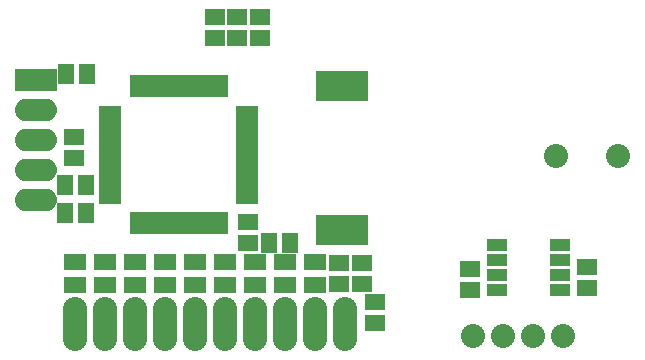
<source format=gbs>
G04 (created by PCBNEW-RS274X (2011-12-28 BZR 3254)-stable) date 17/03/2012 11:59:27*
G01*
G70*
G90*
%MOIN*%
G04 Gerber Fmt 3.4, Leading zero omitted, Abs format*
%FSLAX34Y34*%
G04 APERTURE LIST*
%ADD10C,0.006000*%
%ADD11R,0.055000X0.065000*%
%ADD12R,0.065000X0.055000*%
%ADD13R,0.140000X0.075000*%
%ADD14O,0.140000X0.075000*%
%ADD15O,0.080000X0.180000*%
%ADD16R,0.077200X0.031800*%
%ADD17R,0.031800X0.077200*%
%ADD18R,0.075000X0.055000*%
%ADD19C,0.080000*%
%ADD20R,0.065000X0.040000*%
%ADD21R,0.177500X0.098700*%
G04 APERTURE END LIST*
G54D10*
G54D11*
X89100Y-66500D03*
X88400Y-66500D03*
G54D12*
X91500Y-67850D03*
X91500Y-67150D03*
X86600Y-59650D03*
X86600Y-58950D03*
X87350Y-59650D03*
X87350Y-58950D03*
X88100Y-59650D03*
X88100Y-58950D03*
X90750Y-67850D03*
X90750Y-67150D03*
G54D11*
X82300Y-65500D03*
X81600Y-65500D03*
G54D12*
X87700Y-66500D03*
X87700Y-65800D03*
G54D11*
X81650Y-60850D03*
X82350Y-60850D03*
G54D13*
X80650Y-61050D03*
G54D14*
X80650Y-62050D03*
X80650Y-63050D03*
X80650Y-64050D03*
X80650Y-65050D03*
G54D15*
X90950Y-69200D03*
X89950Y-69200D03*
X88950Y-69200D03*
X87950Y-69200D03*
X86950Y-69200D03*
X85950Y-69200D03*
X84950Y-69200D03*
X83950Y-69200D03*
X82950Y-69200D03*
X81950Y-69200D03*
G54D16*
X83117Y-64633D03*
X83117Y-64436D03*
X83117Y-64239D03*
X83117Y-64042D03*
X83117Y-63845D03*
X83117Y-63648D03*
X83117Y-64830D03*
X83117Y-65026D03*
G54D17*
X84711Y-65833D03*
X84908Y-65833D03*
X85105Y-65833D03*
G54D16*
X87683Y-62861D03*
X87683Y-62664D03*
X87683Y-62467D03*
X87683Y-62270D03*
X87683Y-62074D03*
G54D17*
X86089Y-61267D03*
G54D16*
X87683Y-63058D03*
X87683Y-63255D03*
X87683Y-63452D03*
X87683Y-63648D03*
X87683Y-63845D03*
G54D17*
X84908Y-61267D03*
X86286Y-65833D03*
X85105Y-61267D03*
X86483Y-65833D03*
X86680Y-65833D03*
X85302Y-61267D03*
X85498Y-61267D03*
X86876Y-65833D03*
G54D16*
X87683Y-64239D03*
G54D17*
X85695Y-61267D03*
X85892Y-61267D03*
G54D16*
X87683Y-64042D03*
G54D17*
X86089Y-65833D03*
X84711Y-61267D03*
X84514Y-61267D03*
X85892Y-65833D03*
X85695Y-65833D03*
X84317Y-61267D03*
X84120Y-61267D03*
X85498Y-65833D03*
X85302Y-65833D03*
X83924Y-61267D03*
G54D16*
X83117Y-63452D03*
X83117Y-63255D03*
X83117Y-63058D03*
X83117Y-62861D03*
G54D17*
X86286Y-61267D03*
X86483Y-61267D03*
X86680Y-61267D03*
X86876Y-61267D03*
G54D16*
X87683Y-64436D03*
X87683Y-64633D03*
X87683Y-64830D03*
X87683Y-65026D03*
X83117Y-62664D03*
X83117Y-62467D03*
X83117Y-62270D03*
X83117Y-62074D03*
G54D17*
X84514Y-65833D03*
X84317Y-65833D03*
X84120Y-65833D03*
X83924Y-65833D03*
G54D18*
X85950Y-67125D03*
X85950Y-67875D03*
X83950Y-67125D03*
X83950Y-67875D03*
X84950Y-67125D03*
X84950Y-67875D03*
X86950Y-67125D03*
X86950Y-67875D03*
X87950Y-67125D03*
X87950Y-67875D03*
X81950Y-67125D03*
X81950Y-67875D03*
X82950Y-67125D03*
X82950Y-67875D03*
X89950Y-67125D03*
X89950Y-67875D03*
X88950Y-67125D03*
X88950Y-67875D03*
G54D11*
X81600Y-64550D03*
X82300Y-64550D03*
G54D12*
X81900Y-63650D03*
X81900Y-62950D03*
G54D19*
X97957Y-63600D03*
X100043Y-63600D03*
G54D20*
X98100Y-68050D03*
X96000Y-68050D03*
X98100Y-67550D03*
X98100Y-67050D03*
X98100Y-66550D03*
X96000Y-67550D03*
X96000Y-67050D03*
X96000Y-66550D03*
G54D12*
X95100Y-68050D03*
X95100Y-67350D03*
X99000Y-68000D03*
X99000Y-67300D03*
G54D19*
X95200Y-69600D03*
X96200Y-69600D03*
X97200Y-69600D03*
X98200Y-69600D03*
G54D12*
X91950Y-69150D03*
X91950Y-68450D03*
G54D21*
X90850Y-61250D03*
X90850Y-66050D03*
M02*

</source>
